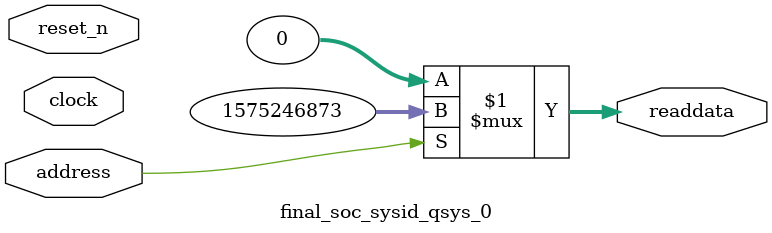
<source format=v>



// synthesis translate_off
`timescale 1ns / 1ps
// synthesis translate_on

// turn off superfluous verilog processor warnings 
// altera message_level Level1 
// altera message_off 10034 10035 10036 10037 10230 10240 10030 

module final_soc_sysid_qsys_0 (
               // inputs:
                address,
                clock,
                reset_n,

               // outputs:
                readdata
             )
;

  output  [ 31: 0] readdata;
  input            address;
  input            clock;
  input            reset_n;

  wire    [ 31: 0] readdata;
  //control_slave, which is an e_avalon_slave
  assign readdata = address ? 1575246873 : 0;

endmodule



</source>
